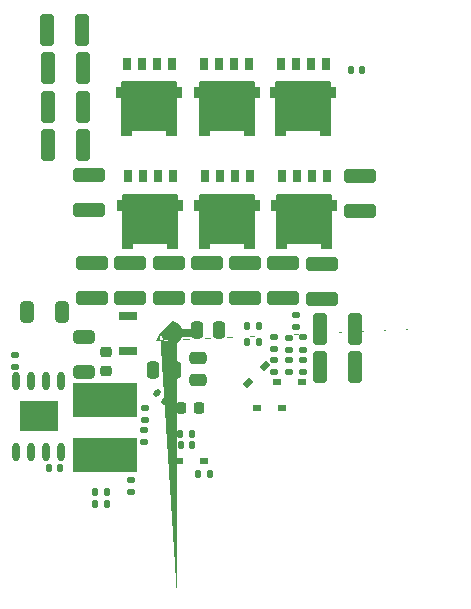
<source format=gtp>
G04 #@! TF.GenerationSoftware,KiCad,Pcbnew,8.0.4*
G04 #@! TF.CreationDate,2024-09-18T18:28:33+10:00*
G04 #@! TF.ProjectId,ESC,4553432e-6b69-4636-9164-5f7063625858,rev?*
G04 #@! TF.SameCoordinates,Original*
G04 #@! TF.FileFunction,Paste,Top*
G04 #@! TF.FilePolarity,Positive*
%FSLAX46Y46*%
G04 Gerber Fmt 4.6, Leading zero omitted, Abs format (unit mm)*
G04 Created by KiCad (PCBNEW 8.0.4) date 2024-09-18 18:28:33*
%MOMM*%
%LPD*%
G01*
G04 APERTURE LIST*
G04 Aperture macros list*
%AMRoundRect*
0 Rectangle with rounded corners*
0 $1 Rounding radius*
0 $2 $3 $4 $5 $6 $7 $8 $9 X,Y pos of 4 corners*
0 Add a 4 corners polygon primitive as box body*
4,1,4,$2,$3,$4,$5,$6,$7,$8,$9,$2,$3,0*
0 Add four circle primitives for the rounded corners*
1,1,$1+$1,$2,$3*
1,1,$1+$1,$4,$5*
1,1,$1+$1,$6,$7*
1,1,$1+$1,$8,$9*
0 Add four rect primitives between the rounded corners*
20,1,$1+$1,$2,$3,$4,$5,0*
20,1,$1+$1,$4,$5,$6,$7,0*
20,1,$1+$1,$6,$7,$8,$9,0*
20,1,$1+$1,$8,$9,$2,$3,0*%
%AMRotRect*
0 Rectangle, with rotation*
0 The origin of the aperture is its center*
0 $1 length*
0 $2 width*
0 $3 Rotation angle, in degrees counterclockwise*
0 Add horizontal line*
21,1,$1,$2,0,0,$3*%
%AMFreePoly0*
4,1,37,-1.494645,2.535355,-1.480000,2.500000,-1.480000,2.080000,1.480000,2.080000,1.480000,2.500000,1.494645,2.535355,1.530000,2.550000,2.280000,2.550000,2.315355,2.535355,2.330000,2.500000,2.330000,-0.650000,2.750000,-0.650000,2.785355,-0.664645,2.800000,-0.700000,2.800000,-1.600000,2.785355,-1.635355,2.750000,-1.650000,2.330000,-1.650000,2.330000,-2.030000,2.315355,-2.065355,
2.280000,-2.080000,-2.280000,-2.080000,-2.315355,-2.065355,-2.330000,-2.030000,-2.330000,-1.650000,-2.760000,-1.650000,-2.795355,-1.635355,-2.810000,-1.600000,-2.810000,-0.700000,-2.795355,-0.664645,-2.760000,-0.650000,-2.330000,-0.650000,-2.330000,2.500000,-2.315355,2.535355,-2.280000,2.550000,-1.530000,2.550000,-1.494645,2.535355,-1.494645,2.535355,$1*%
%AMFreePoly1*
4,1,149,1.029806,0.999029,1.079806,0.989029,1.082127,0.988507,1.120971,0.978796,1.169806,0.969029,1.172127,0.968507,1.252127,0.948507,1.262361,0.944721,1.297451,0.927176,1.332127,0.918507,1.342361,0.914721,1.422361,0.874721,1.430000,0.870000,1.466394,0.842704,1.502361,0.824721,1.515355,0.815355,1.542840,0.787870,1.580000,0.760000,1.585355,0.755355,1.705355,0.635355,
1.710000,0.630000,1.737870,0.592840,1.765355,0.565355,1.774721,0.552361,1.834721,0.432361,1.838507,0.422127,1.849039,0.380000,3.510000,0.380000,3.545355,0.365355,3.560000,0.330000,3.560000,-0.330000,3.545355,-0.365355,3.510000,-0.380000,1.849039,-0.380000,1.838507,-0.422127,1.834721,-0.432361,1.774721,-0.552361,1.765355,-0.565355,1.737870,-0.592840,1.710000,-0.630000,
1.705355,-0.635355,1.647870,-0.692840,1.620000,-0.730000,1.607735,-0.741603,1.578884,-0.760837,1.542840,-0.787870,1.515355,-0.815355,1.502361,-0.824721,1.466394,-0.842704,1.430000,-0.870000,1.422361,-0.874721,1.342361,-0.914721,1.332127,-0.918507,1.297451,-0.927176,1.262361,-0.944721,1.252127,-0.948507,1.172127,-0.968507,1.169806,-0.969029,1.120971,-0.978796,1.082127,-0.988507,
1.079806,-0.989029,1.029806,-0.999029,1.020000,-1.000000,-1.010000,-1.000000,-1.022127,-0.998507,-1.060971,-0.988796,-1.109806,-0.979029,-1.112127,-0.978507,-1.190971,-0.958796,-1.239806,-0.949029,-1.252361,-0.944721,-1.287451,-0.927176,-1.322127,-0.918507,-1.332361,-0.914721,-1.412361,-0.874721,-1.420000,-0.870000,-1.458884,-0.840837,-1.487735,-0.821603,-1.490000,-0.820000,-1.530000,-0.790000,
-1.535355,-0.785355,-1.559617,-0.761093,-1.592361,-0.744721,-1.610000,-0.730000,-1.637870,-0.692840,-1.695355,-0.635355,-1.700000,-0.630000,-1.730000,-0.590000,-1.731603,-0.587735,-1.751603,-0.557735,-1.754721,-0.552361,-1.772704,-0.516394,-1.800000,-0.480000,-1.804721,-0.472361,-1.844721,-0.392361,-1.848507,-0.382127,-1.857176,-0.347451,-1.874721,-0.312361,-1.879029,-0.299806,-1.888796,-0.250971,
-1.908507,-0.172127,-1.910000,-0.160000,-1.910000,-0.116155,-1.918507,-0.082127,-1.920000,-0.070000,-1.920000,0.070000,-1.918507,0.082127,-1.910000,0.116155,-1.910000,0.150000,-1.909029,0.159806,-1.899029,0.209806,-1.898507,0.212127,-1.878507,0.292127,-1.876424,0.298570,-1.857683,0.345421,-1.848507,0.382127,-1.844721,0.392361,-1.804721,0.472361,-1.800000,0.480000,-1.772704,0.516394,
-1.754721,0.552361,-1.751603,0.557735,-1.731603,0.587735,-1.730000,0.590000,-1.700000,0.630000,-1.695355,0.635355,-1.605355,0.725355,-1.600000,0.730000,-1.562840,0.757870,-1.535355,0.785355,-1.530000,0.790000,-1.490000,0.820000,-1.487735,0.821603,-1.458884,0.840837,-1.420000,0.870000,-1.412361,0.874721,-1.332361,0.914721,-1.322127,0.918507,-1.287451,0.927176,-1.252361,0.944721,
-1.239806,0.949029,-1.190971,0.958796,-1.112127,0.978507,-1.109806,0.979029,-1.060971,0.988796,-1.022127,0.998507,-1.010000,1.000000,1.020000,1.000000,1.029806,0.999029,1.029806,0.999029,$1*%
G04 Aperture macros list end*
%ADD10R,0.750000X1.000000*%
%ADD11FreePoly0,180.000000*%
%ADD12RoundRect,0.135000X0.185000X-0.135000X0.185000X0.135000X-0.185000X0.135000X-0.185000X-0.135000X0*%
%ADD13R,5.500000X3.000000*%
%ADD14RoundRect,0.135000X-0.135000X-0.185000X0.135000X-0.185000X0.135000X0.185000X-0.135000X0.185000X0*%
%ADD15RoundRect,0.250000X-1.100000X0.325000X-1.100000X-0.325000X1.100000X-0.325000X1.100000X0.325000X0*%
%ADD16RoundRect,0.140000X-0.140000X-0.170000X0.140000X-0.170000X0.140000X0.170000X-0.140000X0.170000X0*%
%ADD17RoundRect,0.250000X-0.250000X-0.475000X0.250000X-0.475000X0.250000X0.475000X-0.250000X0.475000X0*%
%ADD18O,0.600000X1.600000*%
%ADD19R,3.200000X2.500000*%
%ADD20R,1.580000X0.670000*%
%ADD21FreePoly1,180.000000*%
%ADD22RoundRect,0.250000X-0.325000X-0.650000X0.325000X-0.650000X0.325000X0.650000X-0.325000X0.650000X0*%
%ADD23R,0.780000X0.500000*%
%ADD24RoundRect,0.140000X0.219203X0.021213X0.021213X0.219203X-0.219203X-0.021213X-0.021213X-0.219203X0*%
%ADD25RoundRect,0.250000X1.100000X-0.325000X1.100000X0.325000X-1.100000X0.325000X-1.100000X-0.325000X0*%
%ADD26RoundRect,0.225000X-0.225000X-0.250000X0.225000X-0.250000X0.225000X0.250000X-0.225000X0.250000X0*%
%ADD27RoundRect,0.250000X0.325000X1.100000X-0.325000X1.100000X-0.325000X-1.100000X0.325000X-1.100000X0*%
%ADD28RoundRect,0.135000X-0.185000X0.135000X-0.185000X-0.135000X0.185000X-0.135000X0.185000X0.135000X0*%
%ADD29RoundRect,0.250000X-0.325000X-1.100000X0.325000X-1.100000X0.325000X1.100000X-0.325000X1.100000X0*%
%ADD30RoundRect,0.225000X-0.250000X0.225000X-0.250000X-0.225000X0.250000X-0.225000X0.250000X0.225000X0*%
%ADD31RoundRect,0.250000X-0.650000X0.325000X-0.650000X-0.325000X0.650000X-0.325000X0.650000X0.325000X0*%
%ADD32RoundRect,0.140000X-0.170000X0.140000X-0.170000X-0.140000X0.170000X-0.140000X0.170000X0.140000X0*%
%ADD33RotRect,0.780000X0.500000X225.000000*%
%ADD34RoundRect,0.135000X0.135000X0.185000X-0.135000X0.185000X-0.135000X-0.185000X0.135000X-0.185000X0*%
%ADD35RoundRect,0.250000X-0.475000X0.250000X-0.475000X-0.250000X0.475000X-0.250000X0.475000X0.250000X0*%
G04 APERTURE END LIST*
D10*
X109335000Y-43380000D03*
X108065000Y-43380000D03*
X106805000Y-43380000D03*
X105535000Y-43380000D03*
D11*
X107435000Y-47000000D03*
D12*
X117925000Y-59959999D03*
X117925000Y-58940001D03*
D13*
X103600000Y-67030000D03*
X103600000Y-62370000D03*
D14*
X115630000Y-56025000D03*
X116650000Y-56025000D03*
D12*
X119175000Y-59969998D03*
X119175000Y-58950000D03*
D15*
X112270000Y-50720000D03*
X112270000Y-53670000D03*
D16*
X98840000Y-68100000D03*
X99800000Y-68100000D03*
D17*
X107675000Y-59750000D03*
X109575000Y-59750000D03*
D18*
X99894988Y-60700000D03*
X98624988Y-60700000D03*
X97354988Y-60700000D03*
X96084988Y-60700000D03*
X96084988Y-66700000D03*
X97354988Y-66700000D03*
X98624988Y-66700000D03*
X99894988Y-66700000D03*
D19*
X97994988Y-63700000D03*
D20*
X105540000Y-55200000D03*
D21*
X108260000Y-56700000D03*
D20*
X105540000Y-58200000D03*
D12*
X117925000Y-58050000D03*
X117925000Y-57030002D03*
D14*
X102780002Y-70100000D03*
X103800000Y-70100000D03*
D22*
X97049998Y-54900000D03*
X100000000Y-54900000D03*
D12*
X96000000Y-59519998D03*
X96000000Y-58500000D03*
D23*
X109900000Y-67500000D03*
X111980000Y-67500000D03*
D16*
X110040000Y-66175000D03*
X111000000Y-66175000D03*
D10*
X109275000Y-33860000D03*
X108005000Y-33860000D03*
X106745000Y-33860000D03*
X105475000Y-33860000D03*
D11*
X107375000Y-37480000D03*
D23*
X116525000Y-63025000D03*
X118605000Y-63025000D03*
D24*
X108675000Y-62400000D03*
X107996178Y-61721178D03*
D25*
X125200000Y-46350002D03*
X125200000Y-43400000D03*
D14*
X111500000Y-68600000D03*
X112520000Y-68600000D03*
D26*
X110025000Y-63000000D03*
X111575000Y-63000000D03*
D14*
X115605000Y-57450000D03*
X116625000Y-57450000D03*
D15*
X121975000Y-50824998D03*
X121975000Y-53775000D03*
X109000000Y-50749998D03*
X109000000Y-53700000D03*
D27*
X124750002Y-56300000D03*
X121800000Y-56300000D03*
D28*
X106950000Y-64890001D03*
X106950000Y-65909999D03*
D16*
X124440000Y-34400000D03*
X125400000Y-34400000D03*
D29*
X98775000Y-34225000D03*
X101725000Y-34225000D03*
X98775000Y-37500000D03*
X101725000Y-37500000D03*
D25*
X102300000Y-46250002D03*
X102300000Y-43300000D03*
D17*
X111400000Y-56400000D03*
X113300000Y-56400000D03*
D15*
X105725000Y-50749999D03*
X105725000Y-53700001D03*
D10*
X122315606Y-33860000D03*
X121045606Y-33860000D03*
X119785606Y-33860000D03*
X118515606Y-33860000D03*
D11*
X120415606Y-37480000D03*
D23*
X118185000Y-60800000D03*
X120265000Y-60800000D03*
D12*
X120425000Y-59969998D03*
X120425000Y-58950000D03*
D15*
X102500000Y-50749998D03*
X102500000Y-53700000D03*
D30*
X103680000Y-58290000D03*
X103680000Y-59840000D03*
D15*
X118700000Y-50775000D03*
X118700000Y-53725002D03*
D10*
X122375606Y-43380000D03*
X121105606Y-43380000D03*
X119845606Y-43380000D03*
X118575606Y-43380000D03*
D11*
X120475606Y-47000000D03*
D15*
X115480000Y-50740000D03*
X115480000Y-53690000D03*
D28*
X119750000Y-55130002D03*
X119750000Y-56150000D03*
D16*
X110000000Y-65200000D03*
X110960000Y-65200000D03*
D10*
X115875606Y-43380000D03*
X114605606Y-43380000D03*
X113345606Y-43380000D03*
X112075606Y-43380000D03*
D11*
X113975606Y-47000000D03*
D31*
X101800000Y-56975000D03*
X101800000Y-59925000D03*
D29*
X98800000Y-40750000D03*
X101750000Y-40750000D03*
D10*
X115815606Y-33860000D03*
X114545606Y-33860000D03*
X113285606Y-33860000D03*
X112015606Y-33860000D03*
D11*
X113915606Y-37480000D03*
D28*
X107000000Y-62980002D03*
X107000000Y-64000000D03*
D12*
X119175000Y-58069998D03*
X119175000Y-57050000D03*
D32*
X105800000Y-69120000D03*
X105800000Y-70080000D03*
D12*
X120425000Y-58060000D03*
X120425000Y-57040000D03*
D33*
X117170782Y-59429218D03*
X115700000Y-60900000D03*
D27*
X124750002Y-59500000D03*
X121800000Y-59500000D03*
D34*
X103800000Y-71100000D03*
X102780002Y-71100000D03*
D35*
X111525000Y-58750002D03*
X111525000Y-60650000D03*
D29*
X98750000Y-31000000D03*
X101700000Y-31000000D03*
M02*

</source>
